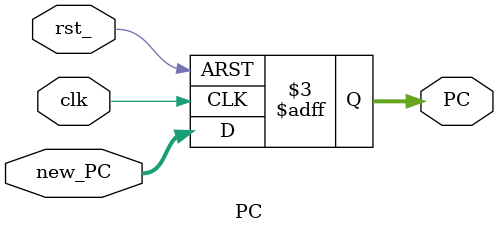
<source format=v>
module PC (
    input wire [7:0] new_PC,
    output reg [7:0] PC,
    input wire clk,
    input wire rst_
);

    always @(posedge clk, negedge rst_) begin
        if (rst_ == 1'b0)
            PC <= 0;
        else
            PC <= new_PC;
    end
    
endmodule
</source>
